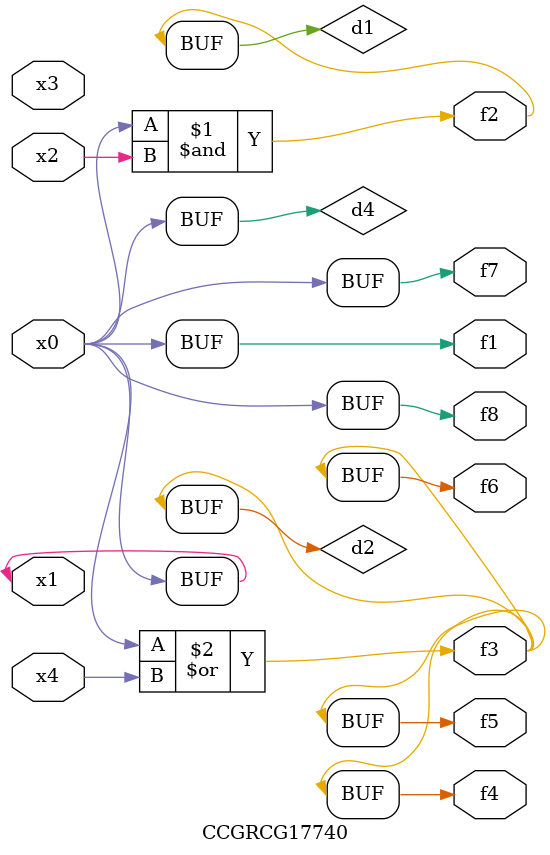
<source format=v>
module CCGRCG17740(
	input x0, x1, x2, x3, x4,
	output f1, f2, f3, f4, f5, f6, f7, f8
);

	wire d1, d2, d3, d4;

	and (d1, x0, x2);
	or (d2, x0, x4);
	nand (d3, x0, x2);
	buf (d4, x0, x1);
	assign f1 = d4;
	assign f2 = d1;
	assign f3 = d2;
	assign f4 = d2;
	assign f5 = d2;
	assign f6 = d2;
	assign f7 = d4;
	assign f8 = d4;
endmodule

</source>
